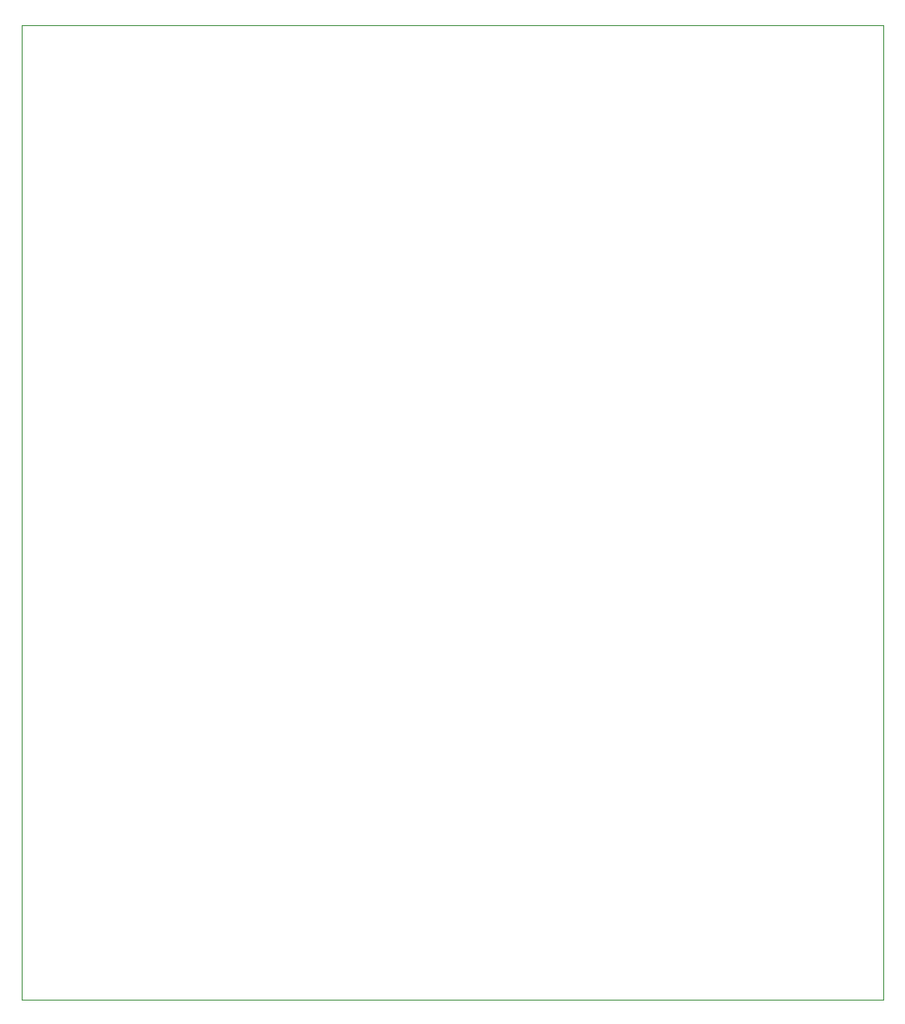
<source format=gbr>
%TF.GenerationSoftware,KiCad,Pcbnew,(5.1.9)-1*%
%TF.CreationDate,2021-05-04T17:37:27+02:00*%
%TF.ProjectId,IM350_AM550_5V_V2.0_Multi,494d3335-305f-4414-9d35-35305f35565f,rev?*%
%TF.SameCoordinates,Original*%
%TF.FileFunction,Profile,NP*%
%FSLAX46Y46*%
G04 Gerber Fmt 4.6, Leading zero omitted, Abs format (unit mm)*
G04 Created by KiCad (PCBNEW (5.1.9)-1) date 2021-05-04 17:37:27*
%MOMM*%
%LPD*%
G01*
G04 APERTURE LIST*
%TA.AperFunction,Profile*%
%ADD10C,0.050000*%
%TD*%
G04 APERTURE END LIST*
D10*
X112500000Y-24500000D02*
X28500000Y-24500000D01*
X112500000Y-119500000D02*
X112500000Y-24500000D01*
X28500000Y-119500000D02*
X112500000Y-119500000D01*
X28500000Y-24500000D02*
X28500000Y-119500000D01*
M02*

</source>
